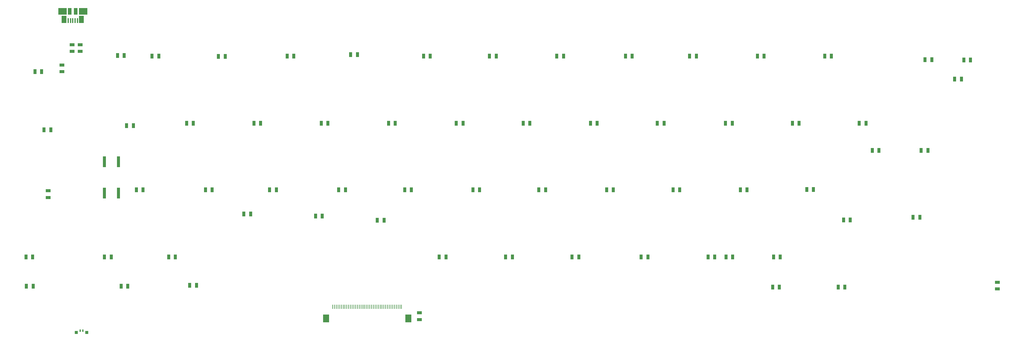
<source format=gbp>
G04 #@! TF.GenerationSoftware,KiCad,Pcbnew,(5.0.2)-1*
G04 #@! TF.CreationDate,2019-02-06T17:14:15+08:00*
G04 #@! TF.ProjectId,keyboard,6b657962-6f61-4726-942e-6b696361645f,B*
G04 #@! TF.SameCoordinates,Original*
G04 #@! TF.FileFunction,Paste,Bot*
G04 #@! TF.FilePolarity,Positive*
%FSLAX45Y45*%
G04 Gerber Fmt 4.5, Leading zero omitted, Abs format (unit mm)*
G04 Created by KiCad (PCBNEW (5.0.2)-1) date 2019/2/6 17:14:15*
%MOMM*%
%LPD*%
G01*
G04 APERTURE LIST*
%ADD10R,1.135000X1.860000*%
%ADD11R,2.335000X1.860000*%
%ADD12R,1.435000X2.060000*%
%ADD13R,0.410000X1.340000*%
%ADD14R,0.849000X1.357000*%
%ADD15R,1.357000X0.849000*%
%ADD16R,0.960000X3.060000*%
%ADD17R,0.360000X0.760000*%
%ADD18R,0.960000X0.860000*%
%ADD19R,0.260000X1.260000*%
%ADD20R,1.760000X2.160000*%
G04 APERTURE END LIST*
D10*
G04 #@! TO.C,J1*
X8135800Y-6570360D03*
X7967800Y-6570360D03*
D11*
X8342800Y-6570360D03*
X7760800Y-6570360D03*
D12*
X8298050Y-6800360D03*
X7805550Y-6800360D03*
D13*
X8181800Y-6836360D03*
X8116800Y-6836360D03*
X8051800Y-6836360D03*
X7986800Y-6836360D03*
X7921800Y-6836360D03*
G04 #@! TD*
D14*
G04 #@! TO.C,D46*
X23691850Y-7835900D03*
X23882350Y-7835900D03*
G04 #@! TD*
G04 #@! TO.C,D42*
X22701250Y-9740900D03*
X22891750Y-9740900D03*
G04 #@! TD*
G04 #@! TO.C,D43*
X23158450Y-11633200D03*
X23348950Y-11633200D03*
G04 #@! TD*
G04 #@! TO.C,D22*
X15081250Y-9740900D03*
X15271750Y-9740900D03*
G04 #@! TD*
G04 #@! TO.C,D38*
X21240750Y-11633200D03*
X21431250Y-11633200D03*
G04 #@! TD*
G04 #@! TO.C,D37*
X20796250Y-9740900D03*
X20986750Y-9740900D03*
G04 #@! TD*
G04 #@! TO.C,D41*
X21748750Y-7835900D03*
X21939250Y-7835900D03*
G04 #@! TD*
G04 #@! TO.C,D36*
X19843750Y-7835900D03*
X20034250Y-7835900D03*
G04 #@! TD*
G04 #@! TO.C,D32*
X18903950Y-9740900D03*
X19094450Y-9740900D03*
G04 #@! TD*
G04 #@! TO.C,D33*
X19373850Y-11633200D03*
X19564350Y-11633200D03*
G04 #@! TD*
G04 #@! TO.C,D23*
X15576550Y-11633200D03*
X15767050Y-11633200D03*
G04 #@! TD*
G04 #@! TO.C,D01*
X6981190Y-8280400D03*
X7171690Y-8280400D03*
G04 #@! TD*
G04 #@! TO.C,D31*
X17976850Y-7835900D03*
X18167350Y-7835900D03*
G04 #@! TD*
G04 #@! TO.C,D21*
X14116050Y-7835900D03*
X14306550Y-7835900D03*
G04 #@! TD*
G04 #@! TO.C,D19*
X12894310Y-12319000D03*
X13084810Y-12319000D03*
G04 #@! TD*
G04 #@! TO.C,D18*
X13620750Y-11633200D03*
X13811250Y-11633200D03*
G04 #@! TD*
G04 #@! TO.C,D17*
X13176250Y-9740900D03*
X13366750Y-9740900D03*
G04 #@! TD*
G04 #@! TO.C,D16*
X12172950Y-7848600D03*
X12363450Y-7848600D03*
G04 #@! TD*
G04 #@! TO.C,D29*
X16668750Y-12496800D03*
X16859250Y-12496800D03*
G04 #@! TD*
G04 #@! TO.C,D28*
X17443450Y-11633200D03*
X17633950Y-11633200D03*
G04 #@! TD*
G04 #@! TO.C,D27*
X16986250Y-9740900D03*
X17176750Y-9740900D03*
G04 #@! TD*
G04 #@! TO.C,D26*
X15916910Y-7797800D03*
X16107410Y-7797800D03*
G04 #@! TD*
G04 #@! TO.C,D14*
X10763250Y-13538200D03*
X10953750Y-13538200D03*
G04 #@! TD*
G04 #@! TO.C,D09*
X8947150Y-13538200D03*
X9137650Y-13538200D03*
G04 #@! TD*
G04 #@! TO.C,D13*
X11804650Y-11633200D03*
X11995150Y-11633200D03*
G04 #@! TD*
G04 #@! TO.C,D12*
X11271250Y-9740900D03*
X11461750Y-9740900D03*
G04 #@! TD*
G04 #@! TO.C,D08*
X9848850Y-11633200D03*
X10039350Y-11633200D03*
G04 #@! TD*
G04 #@! TO.C,D07*
X9577070Y-9814560D03*
X9767570Y-9814560D03*
G04 #@! TD*
G04 #@! TO.C,D04*
X6724650Y-13538200D03*
X6915150Y-13538200D03*
G04 #@! TD*
G04 #@! TO.C,D02*
X7237730Y-9930130D03*
X7428230Y-9930130D03*
G04 #@! TD*
G04 #@! TO.C,D11*
X10293350Y-7835900D03*
X10483850Y-7835900D03*
G04 #@! TD*
G04 #@! TO.C,D06*
X9505950Y-7823200D03*
X9315450Y-7823200D03*
G04 #@! TD*
D15*
G04 #@! TO.C,D03*
X7358380Y-11850370D03*
X7358380Y-11659870D03*
G04 #@! TD*
G04 #@! TO.C,D30*
X17860010Y-15312390D03*
X17860010Y-15121890D03*
G04 #@! TD*
D14*
G04 #@! TO.C,D15*
X11363960Y-14345920D03*
X11554460Y-14345920D03*
G04 #@! TD*
G04 #@! TO.C,D10*
X9417050Y-14363700D03*
X9607550Y-14363700D03*
G04 #@! TD*
G04 #@! TO.C,D05*
X6737350Y-14363700D03*
X6927850Y-14363700D03*
G04 #@! TD*
G04 #@! TO.C,D39*
X20300950Y-13538200D03*
X20491450Y-13538200D03*
G04 #@! TD*
G04 #@! TO.C,D34*
X18421350Y-13538200D03*
X18611850Y-13538200D03*
G04 #@! TD*
G04 #@! TO.C,D24*
X14921230Y-12374880D03*
X15111730Y-12374880D03*
G04 #@! TD*
G04 #@! TO.C,D56*
X27425650Y-7835900D03*
X27616150Y-7835900D03*
G04 #@! TD*
G04 #@! TO.C,D61*
X29330650Y-7835900D03*
X29521150Y-7835900D03*
G04 #@! TD*
G04 #@! TO.C,D66*
X32363410Y-7940040D03*
X32172910Y-7940040D03*
G04 #@! TD*
G04 #@! TO.C,D57*
X28416250Y-9740900D03*
X28606750Y-9740900D03*
G04 #@! TD*
G04 #@! TO.C,D62*
X30308550Y-9740900D03*
X30499050Y-9740900D03*
G04 #@! TD*
G04 #@! TO.C,D67*
X33011110Y-8493760D03*
X33201610Y-8493760D03*
G04 #@! TD*
G04 #@! TO.C,D53*
X26943050Y-11633200D03*
X27133550Y-11633200D03*
G04 #@! TD*
G04 #@! TO.C,D58*
X28822650Y-11620500D03*
X29013150Y-11620500D03*
G04 #@! TD*
G04 #@! TO.C,D63*
X30676850Y-10515600D03*
X30867350Y-10515600D03*
G04 #@! TD*
G04 #@! TO.C,D68*
X32061150Y-10515600D03*
X32251650Y-10515600D03*
G04 #@! TD*
G04 #@! TO.C,D55*
X26539190Y-13538200D03*
X26729690Y-13538200D03*
G04 #@! TD*
G04 #@! TO.C,D60*
X27857450Y-14389100D03*
X28047950Y-14389100D03*
G04 #@! TD*
G04 #@! TO.C,D65*
X29711650Y-14389100D03*
X29902150Y-14389100D03*
G04 #@! TD*
D15*
G04 #@! TO.C,D70*
X34218880Y-14257020D03*
X34218880Y-14447520D03*
G04 #@! TD*
D14*
G04 #@! TO.C,D69*
X31832550Y-12407900D03*
X32023050Y-12407900D03*
G04 #@! TD*
G04 #@! TO.C,D64*
X29864050Y-12484100D03*
X30054550Y-12484100D03*
G04 #@! TD*
G04 #@! TO.C,D59*
X27882850Y-13538200D03*
X28073350Y-13538200D03*
G04 #@! TD*
G04 #@! TO.C,D54*
X26028650Y-13538200D03*
X26219150Y-13538200D03*
G04 #@! TD*
G04 #@! TO.C,D49*
X24136350Y-13538200D03*
X24326850Y-13538200D03*
G04 #@! TD*
G04 #@! TO.C,D44*
X22180550Y-13538200D03*
X22371050Y-13538200D03*
G04 #@! TD*
G04 #@! TO.C,D52*
X26523950Y-9740900D03*
X26714450Y-9740900D03*
G04 #@! TD*
G04 #@! TO.C,D51*
X25507950Y-7835900D03*
X25698450Y-7835900D03*
G04 #@! TD*
G04 #@! TO.C,D47*
X24593550Y-9740900D03*
X24784050Y-9740900D03*
G04 #@! TD*
G04 #@! TO.C,D48*
X25038050Y-11633200D03*
X25228550Y-11633200D03*
G04 #@! TD*
G04 #@! TO.C,D50*
X33270190Y-7950200D03*
X33460690Y-7950200D03*
G04 #@! TD*
D15*
G04 #@! TO.C,C8*
X7741920Y-8093710D03*
X7741920Y-8284210D03*
G04 #@! TD*
G04 #@! TO.C,R2*
X8265160Y-7705090D03*
X8265160Y-7514590D03*
G04 #@! TD*
G04 #@! TO.C,R1*
X8031480Y-7705090D03*
X8031480Y-7514590D03*
G04 #@! TD*
D16*
G04 #@! TO.C,S0*
X9344250Y-11726800D03*
X8944200Y-10836800D03*
X9344000Y-10836800D03*
X8944200Y-11726800D03*
G04 #@! TD*
D17*
G04 #@! TO.C,*
X8340720Y-15631880D03*
X8260720Y-15631880D03*
D18*
X8450720Y-15676880D03*
X8150720Y-15676880D03*
G04 #@! TD*
D19*
G04 #@! TO.C,REF\002A\002A*
X15408000Y-14953400D03*
X15458000Y-14953400D03*
X15508000Y-14953400D03*
X15558000Y-14953400D03*
X15608000Y-14953400D03*
X15658000Y-14953400D03*
X15708000Y-14953400D03*
X15758000Y-14953400D03*
X15808000Y-14953400D03*
X15858000Y-14953400D03*
X15908000Y-14953400D03*
X15958000Y-14953400D03*
X16008000Y-14953400D03*
X16058000Y-14953400D03*
X16108000Y-14953400D03*
X16158000Y-14953400D03*
X16208000Y-14953400D03*
X16258000Y-14953400D03*
X16308000Y-14953400D03*
X16358000Y-14953400D03*
X16408000Y-14953400D03*
X16458000Y-14953400D03*
X16508000Y-14953400D03*
X16558000Y-14953400D03*
X16608000Y-14953400D03*
X16658000Y-14953400D03*
X16708000Y-14953400D03*
X16758000Y-14953400D03*
X16808000Y-14953400D03*
X16858000Y-14953400D03*
X16908000Y-14953400D03*
X16958000Y-14953400D03*
X17008000Y-14953400D03*
X17058000Y-14953400D03*
X17108000Y-14953400D03*
X17158000Y-14953400D03*
X17208000Y-14953400D03*
X17258000Y-14953400D03*
X17308000Y-14953400D03*
X17358000Y-14953400D03*
D20*
X17548000Y-15278400D03*
X15218000Y-15278400D03*
G04 #@! TD*
M02*

</source>
